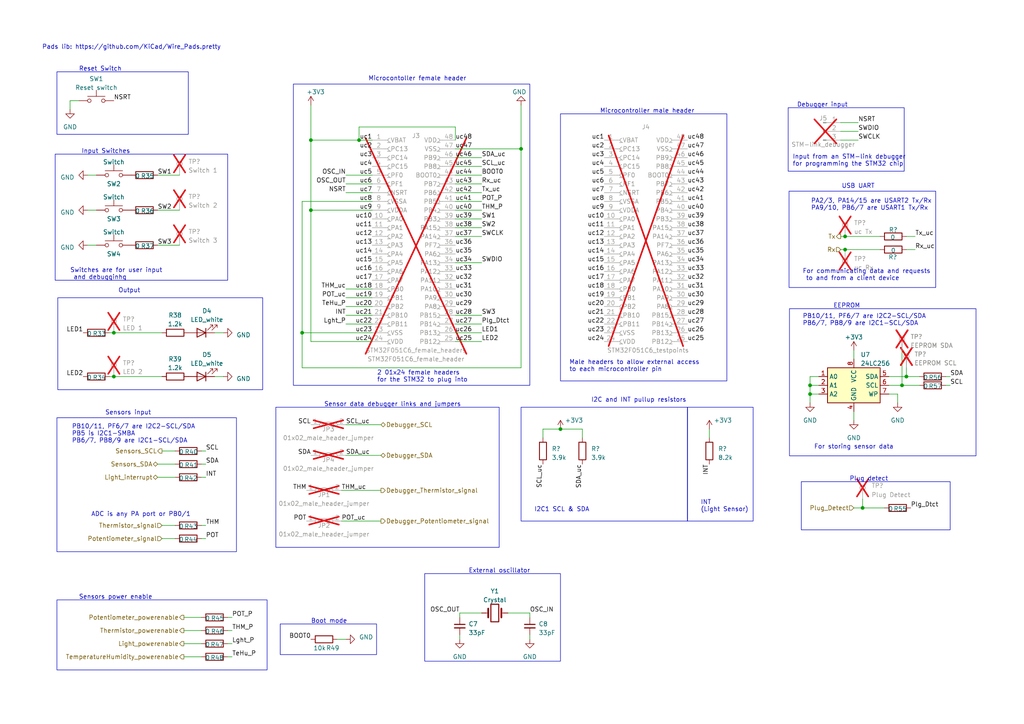
<source format=kicad_sch>
(kicad_sch (version 20230121) (generator eeschema)
  (paper "A4")
  (title_block (title "Microcontoller subsystem") (date "2023-03-11") (rev "v0.9") (company "UCT") (comment 1 "Author: Cameron Clark") (comment 2 "Interfaces with power, sensors, usb, user inputs and output") (comment 3 "Details the interfacing between the microcontroller and the rest of the board"))
  (junction (at 245.11 72.39))
  (junction (at 33.02 109.22))
  (junction (at 151.13 43.18))
  (junction (at 262.89 109.22))
  (junction (at 90.17 40.64))
  (junction (at 104.14 40.64))
  (junction (at 87.63 96.52))
  (junction (at 261.62 111.76))
  (junction (at 234.95 111.76))
  (junction (at 234.95 114.3))
  (junction (at 90.17 60.96))
  (junction (at 245.11 68.58))
  (junction (at 33.02 96.52))
  (junction (at 162.56 124.46))
  (junction (at 250.19 147.32))
  (wire (pts (xy 237.49 114.3) (xy 234.95 114.3)))
  (wire (pts (xy 100.33 132.08) (xy 110.49 132.08)))
  (wire (pts (xy 67.31 190.5) (xy 66.04 190.5)))
  (wire (pts (xy 100.33 88.9) (xy 107.95 88.9)))
  (wire (pts (xy 261.62 101.6) (xy 261.62 111.76)))
  (wire (pts (xy 46.99 152.4) (xy 50.8 152.4)))
  (wire (pts (xy 151.13 30.48) (xy 151.13 43.18)))
  (wire (pts (xy 257.81 111.76) (xy 261.62 111.76)))
  (wire (pts (xy 90.17 99.06) (xy 107.95 99.06)))
  (wire (pts (xy 99.06 151.13) (xy 110.49 151.13)))
  (wire (pts (xy 139.7 91.44) (xy 132.08 91.44)))
  (wire (pts (xy 27.94 50.8) (xy 25.4 50.8)))
  (wire (pts (xy 250.19 147.32) (xy 250.19 144.78)))
  (wire (pts (xy 132.08 40.64) (xy 132.08 36.83)))
  (wire (pts (xy 90.17 30.48) (xy 90.17 40.64)))
  (wire (pts (xy 237.49 111.76) (xy 234.95 111.76)))
  (wire (pts (xy 234.95 111.76) (xy 234.95 114.3)))
  (wire (pts (xy 62.23 109.22) (xy 64.77 109.22)))
  (wire (pts (xy 90.17 60.96) (xy 107.95 60.96)))
  (wire (pts (xy 132.08 36.83) (xy 104.14 36.83)))
  (wire (pts (xy 87.63 58.42) (xy 107.95 58.42)))
  (wire (pts (xy 243.84 35.56) (xy 248.92 35.56)))
  (wire (pts (xy 100.33 93.98) (xy 107.95 93.98)))
  (wire (pts (xy 53.34 182.88) (xy 58.42 182.88)))
  (wire (pts (xy 247.65 101.6) (xy 247.65 104.14)))
  (wire (pts (xy 245.11 68.58) (xy 255.27 68.58)))
  (wire (pts (xy 132.08 53.34) (xy 139.7 53.34)))
  (wire (pts (xy 45.72 71.12) (xy 52.07 71.12)))
  (wire (pts (xy 139.7 99.06) (xy 132.08 99.06)))
  (wire (pts (xy 139.7 63.5) (xy 132.08 63.5)))
  (wire (pts (xy 87.63 106.68) (xy 151.13 106.68)))
  (wire (pts (xy 234.95 109.22) (xy 234.95 111.76)))
  (wire (pts (xy 87.63 96.52) (xy 107.95 96.52)))
  (wire (pts (xy 45.72 60.96) (xy 52.07 60.96)))
  (wire (pts (xy 100.33 86.36) (xy 107.95 86.36)))
  (wire (pts (xy 243.84 40.64) (xy 248.92 40.64)))
  (wire (pts (xy 157.48 124.46) (xy 162.56 124.46)))
  (wire (pts (xy 67.31 179.07) (xy 66.04 179.07)))
  (wire (pts (xy 205.74 124.46) (xy 205.74 127)))
  (wire (pts (xy 262.89 68.58) (xy 265.43 68.58)))
  (wire (pts (xy 27.94 71.12) (xy 25.4 71.12)))
  (wire (pts (xy 87.63 58.42) (xy 87.63 96.52)))
  (wire (pts (xy 90.17 40.64) (xy 90.17 60.96)))
  (wire (pts (xy 262.89 109.22) (xy 266.7 109.22)))
  (wire (pts (xy 139.7 76.2) (xy 132.08 76.2)))
  (wire (pts (xy 46.99 130.81) (xy 50.8 130.81)))
  (wire (pts (xy 27.94 60.96) (xy 25.4 60.96)))
  (wire (pts (xy 90.17 60.96) (xy 90.17 99.06)))
  (wire (pts (xy 243.84 68.58) (xy 245.11 68.58)))
  (wire (pts (xy 132.08 43.18) (xy 151.13 43.18)))
  (wire (pts (xy 62.23 96.52) (xy 64.77 96.52)))
  (wire (pts (xy 262.89 72.39) (xy 265.43 72.39)))
  (wire (pts (xy 256.54 147.32) (xy 250.19 147.32)))
  (wire (pts (xy 58.42 152.4) (xy 59.69 152.4)))
  (wire (pts (xy 58.42 134.62) (xy 59.69 134.62)))
  (wire (pts (xy 261.62 111.76) (xy 266.7 111.76)))
  (wire (pts (xy 234.95 114.3) (xy 234.95 116.84)))
  (wire (pts (xy 153.67 177.8) (xy 153.67 179.07)))
  (wire (pts (xy 139.7 48.26) (xy 132.08 48.26)))
  (wire (pts (xy 46.99 109.22) (xy 33.02 109.22)))
  (wire (pts (xy 260.35 114.3) (xy 260.35 116.84)))
  (wire (pts (xy 274.32 111.76) (xy 275.59 111.76)))
  (wire (pts (xy 53.34 190.5) (xy 58.42 190.5)))
  (wire (pts (xy 147.32 177.8) (xy 153.67 177.8)))
  (wire (pts (xy 53.34 186.69) (xy 58.42 186.69)))
  (wire (pts (xy 139.7 58.42) (xy 132.08 58.42)))
  (wire (pts (xy 139.7 68.58) (xy 132.08 68.58)))
  (wire (pts (xy 58.42 156.21) (xy 59.69 156.21)))
  (wire (pts (xy 33.02 96.52) (xy 31.75 96.52)))
  (wire (pts (xy 234.95 109.22) (xy 237.49 109.22)))
  (wire (pts (xy 104.14 36.83) (xy 104.14 40.64)))
  (wire (pts (xy 257.81 114.3) (xy 260.35 114.3)))
  (wire (pts (xy 87.63 96.52) (xy 87.63 106.68)))
  (wire (pts (xy 100.33 83.82) (xy 107.95 83.82)))
  (wire (pts (xy 45.72 134.62) (xy 50.8 134.62)))
  (wire (pts (xy 133.35 184.15) (xy 133.35 185.42)))
  (wire (pts (xy 53.34 179.07) (xy 58.42 179.07)))
  (wire (pts (xy 139.7 60.96) (xy 132.08 60.96)))
  (wire (pts (xy 100.33 185.42) (xy 97.79 185.42)))
  (wire (pts (xy 100.33 55.88) (xy 107.95 55.88)))
  (wire (pts (xy 20.32 29.21) (xy 20.32 31.75)))
  (wire (pts (xy 139.7 55.88) (xy 132.08 55.88)))
  (wire (pts (xy 67.31 182.88) (xy 66.04 182.88)))
  (wire (pts (xy 139.7 177.8) (xy 133.35 177.8)))
  (wire (pts (xy 162.56 124.46) (xy 168.91 124.46)))
  (wire (pts (xy 107.95 40.64) (xy 104.14 40.64)))
  (wire (pts (xy 100.33 123.19) (xy 110.49 123.19)))
  (wire (pts (xy 275.59 109.22) (xy 274.32 109.22)))
  (wire (pts (xy 58.42 130.81) (xy 59.69 130.81)))
  (wire (pts (xy 133.35 177.8) (xy 133.35 179.07)))
  (wire (pts (xy 45.72 138.43) (xy 50.8 138.43)))
  (wire (pts (xy 46.99 156.21) (xy 50.8 156.21)))
  (wire (pts (xy 250.19 147.32) (xy 247.65 147.32)))
  (wire (pts (xy 90.17 40.64) (xy 104.14 40.64)))
  (wire (pts (xy 58.42 138.43) (xy 59.69 138.43)))
  (wire (pts (xy 139.7 93.98) (xy 132.08 93.98)))
  (wire (pts (xy 247.65 119.38) (xy 247.65 121.92)))
  (wire (pts (xy 33.02 109.22) (xy 31.75 109.22)))
  (wire (pts (xy 157.48 127) (xy 157.48 124.46)))
  (wire (pts (xy 257.81 109.22) (xy 262.89 109.22)))
  (wire (pts (xy 243.84 72.39) (xy 245.11 72.39)))
  (wire (pts (xy 245.11 72.39) (xy 255.27 72.39)))
  (wire (pts (xy 22.86 29.21) (xy 20.32 29.21)))
  (wire (pts (xy 151.13 43.18) (xy 151.13 106.68)))
  (wire (pts (xy 139.7 96.52) (xy 132.08 96.52)))
  (wire (pts (xy 100.33 91.44) (xy 107.95 91.44)))
  (wire (pts (xy 67.31 186.69) (xy 66.04 186.69)))
  (wire (pts (xy 168.91 124.46) (xy 168.91 127)))
  (wire (pts (xy 132.08 45.72) (xy 139.7 45.72)))
  (wire (pts (xy 139.7 50.8) (xy 132.08 50.8)))
  (wire (pts (xy 262.89 106.68) (xy 262.89 109.22)))
  (wire (pts (xy 46.99 96.52) (xy 33.02 96.52)))
  (wire (pts (xy 153.67 184.15) (xy 153.67 185.42)))
  (wire (pts (xy 45.72 50.8) (xy 52.07 50.8)))
  (wire (pts (xy 99.06 142.24) (xy 110.49 142.24)))
  (wire (pts (xy 132.08 66.04) (xy 139.7 66.04)))
  (wire (pts (xy 243.84 38.1) (xy 248.92 38.1)))
  (wire (pts (xy 100.33 50.8) (xy 107.95 50.8)))
  (wire (pts (xy 100.33 53.34) (xy 107.95 53.34)))
  (rectangle (start 81.28 180.975) (end 109.22 189.865))
  (rectangle (start 228.854 55.4482) (end 271.399 83.3882))
  (rectangle (start 199.39 118.11) (end 218.44 151.13))
  (rectangle (start 16.51 20.828) (end 54.61 38.9636))
  (rectangle (start 85.09 24.384) (end 153.67 111.76))
  (rectangle (start 16.51 173.99) (end 77.47 194.31))
  (rectangle (start 228.6 31.242) (end 262.255 49.657))
  (rectangle (start 123.19 166.37) (end 162.56 191.77))
  (rectangle (start 16.002 44.704) (end 66.04 81.28))
  (rectangle (start 151.13 118.11) (end 199.39 151.13))
  (rectangle (start 16.51 121.158) (end 68.58 160.02))
  (rectangle (start 16.764 86.36) (end 76.2 113.03))
  (rectangle (start 232.41 139.7) (end 275.59 153.67))
  (rectangle (start 80.01 118.11) (end 144.78 158.75))
  (rectangle (start 162.56 33.02) (end 210.82 110.49))
  (rectangle (start 228.981 89.535) (end 283.083 132.207))
  (text "Input from an STM-link debugger\nfor programming the STM32 chip" (at 229.87 48.387 0) (effects (font (size 1.27 1.27)) (justify left bottom)))
  (text "Reset Switch" (at 22.86 20.828 0) (effects (font (size 1.27 1.27)) (justify left bottom)))
  (text "ADC is any PA port or PB0/1" (at 26.416 149.987 0) (effects (font (size 1.27 1.27)) (justify left bottom)))
  (text "Input Switches" (at 23.622 44.704 0) (effects (font (size 1.27 1.27)) (justify left bottom)))
  (text "I2C and INT pullup resistors" (at 171.45 116.84 0) (effects (font (size 1.27 1.27)) (justify left bottom)))
  (text "For communicating data and requests\n to and from a client device" (at 232.7656 81.5594 0) (effects (font (size 1.27 1.27)) (justify left bottom)))
  (text "Pads lib: https://github.com/KiCad/Wire_Pads.pretty" (at 12.192 14.478 0) (effects (font (size 1.27 1.27)) (justify left bottom)))
  (text "2 01x24 female headers \nfor the STM32 to plug into" (at 109.347 110.998 0) (effects (font (size 1.27 1.27)) (justify left bottom)))
  (text "PA2/3, PA14/15 are USART2 Tx/Rx\nPA9/10, PB6/7 are USART1 Tx/Rx" (at 235.204 61.1632 0) (effects (font (size 1.27 1.27)) (justify left bottom)))
  (text "External oscillator" (at 135.89 166.37 0) (effects (font (size 1.27 1.27)) (justify left bottom)))
  (text "Microcontroller male header" (at 173.99 33.02 0) (effects (font (size 1.27 1.27)) (justify left bottom)))
  (text "EEPROM" (at 241.681 89.535 0) (effects (font (size 1.27 1.27)) (justify left bottom)))
  (text "Boot mode" (at 90.17 180.975 0) (effects (font (size 1.27 1.27)) (justify left bottom)))
  (text "USB UART" (at 244.094 54.8132 0) (effects (font (size 1.27 1.27)) (justify left bottom)))
  (text "Sensors input" (at 30.48 120.523 0) (effects (font (size 1.27 1.27)) (justify left bottom)))
  (text "Microcontoller female header\n" (at 106.807 23.622 0) (effects (font (size 1.27 1.27)) (justify left bottom)))
  (text "PB10/11, PF6/7 are I2C2-SCL/SDA\nPB6/7, PB8/9 are I2C1-SCL/SDA" (at 232.791 94.615 0) (effects (font (size 1.27 1.27)) (justify left bottom)))
  (text "Male headers to allow external access \nto each microcontroller pin" (at 165.1 107.95 0) (effects (font (size 1.27 1.27)) (justify left bottom)))
  (text "Switches are for user input\n and debugginhg\n" (at 20.32 81.28 0) (effects (font (size 1.27 1.27)) (justify left bottom)))
  (text "Sensor data debugger links and jumpers" (at 93.98 118.11 0) (effects (font (size 1.27 1.27)) (justify left bottom)))
  (text "For storing sensor data" (at 236.093 130.429 0) (effects (font (size 1.27 1.27)) (justify left bottom)))
  (text "Plug detect" (at 246.38 139.7 0) (effects (font (size 1.27 1.27)) (justify left bottom)))
  (text "I2C1 SCL & SDA\n" (at 154.94 148.59 0) (effects (font (size 1.27 1.27)) (justify left bottom)))
  (text "Output" (at 34.29 85.09 0) (effects (font (size 1.27 1.27)) (justify left bottom)))
  (text "INT \n(Light Sensor)" (at 203.2 148.59 0) (effects (font (size 1.27 1.27)) (justify left bottom)))
  (text "Debugger input" (at 231.14 31.242 0) (effects (font (size 1.27 1.27)) (justify left bottom)))
  (text "PB10/11, PF6/7 are I2C2-SCL/SDA\nPB5 is I2C1-SMBA\nPB6/7, PB8/9 are I2C1-SCL/SDA" (at 20.828 128.651 0) (effects (font (size 1.27 1.27)) (justify left bottom)))
  (text "Sensors power enable" (at 22.86 173.99 0) (effects (font (size 1.27 1.27)) (justify left bottom)))
  (label "uc42" (at 132.08 55.88 0))
  (label "uc21" (at 175.26 91.44 180))
  (label "uc41" (at 199.39 58.42 0))
  (label "uc30" (at 132.08 86.36 0))
  (label "SDA" (at 275.59 109.22 0))
  (label "uc10" (at 107.95 63.5 180))
  (label "Plg_Dtct" (at 139.7 93.98 0))
  (label "SWCLK" (at 139.7 68.58 0))
  (label "uc9" (at 175.26 60.96 180))
  (label "uc3" (at 107.95 45.72 180))
  (label "TeHu_P" (at 100.33 88.9 180))
  (label "uc26" (at 199.39 96.52 0))
  (label "uc2" (at 175.26 43.18 180))
  (label "LED2" (at 24.13 109.22 180))
  (label "NSRT" (at 100.33 55.88 180))
  (label "SCL_uc" (at 139.7 48.26 0))
  (label "SDA_uc" (at 168.91 134.62 270))
  (label "uc46" (at 132.08 45.72 0))
  (label "uc14" (at 175.26 73.66 180))
  (label "uc46" (at 199.39 45.72 0))
  (label "BOOT0" (at 139.7 50.8 0))
  (label "OSC_IN" (at 153.67 177.8 0))
  (label "uc15" (at 175.26 76.2 180))
  (label "uc29" (at 132.08 88.9 0))
  (label "POT_P" (at 139.7 58.42 0))
  (label "SW3" (at 45.72 71.12 0))
  (label "uc25" (at 199.39 99.06 0))
  (label "uc43" (at 199.39 53.34 0))
  (label "uc34" (at 199.39 76.2 0))
  (label "TeHu_P" (at 67.31 190.5 0))
  (label "uc11" (at 175.26 66.04 180))
  (label "uc36" (at 132.08 71.12 0))
  (label "uc15" (at 107.95 76.2 180))
  (label "LED2" (at 139.7 99.06 0))
  (label "uc29" (at 199.39 88.9 0))
  (label "uc34" (at 132.08 76.2 0))
  (label "uc8" (at 175.26 58.42 180))
  (label "OSC_OUT" (at 133.35 177.8 180))
  (label "uc26" (at 132.08 96.52 0))
  (label "uc17" (at 175.26 81.28 180))
  (label "uc42" (at 199.39 55.88 0))
  (label "uc24" (at 107.95 99.06 180))
  (label "uc37" (at 132.08 68.58 0))
  (label "POT" (at 59.69 156.21 0))
  (label "uc31" (at 132.08 83.82 0))
  (label "uc7" (at 107.95 55.88 180))
  (label "THM" (at 88.9 142.24 180))
  (label "uc48" (at 199.39 40.64 0))
  (label "uc45" (at 132.08 48.26 0))
  (label "uc45" (at 199.39 48.26 0))
  (label "uc47" (at 199.39 43.18 0))
  (label "Lght_P" (at 100.33 93.98 180))
  (label "uc33" (at 199.39 78.74 0))
  (label "uc47" (at 132.08 43.18 0))
  (label "uc24" (at 175.26 99.06 180))
  (label "uc40" (at 199.39 60.96 0))
  (label "uc17" (at 107.95 81.28 180))
  (label "uc16" (at 107.95 78.74 180))
  (label "NSRT" (at 33.02 29.21 0))
  (label "uc32" (at 199.39 81.28 0))
  (label "uc33" (at 132.08 78.74 0))
  (label "uc35" (at 199.39 73.66 0))
  (label "uc20" (at 107.95 88.9 180))
  (label "uc11" (at 107.95 66.04 180))
  (label "uc20" (at 175.26 88.9 180))
  (label "SDA_uc" (at 100.33 132.08 0))
  (label "POT_uc" (at 99.06 151.13 0))
  (label "Tx_uc" (at 139.7 55.88 0))
  (label "uc13" (at 107.95 71.12 180))
  (label "SWDIO" (at 139.7 76.2 0))
  (label "uc23" (at 175.26 96.52 180))
  (label "THM_P" (at 139.7 60.96 0))
  (label "SDA" (at 90.17 132.08 180))
  (label "uc38" (at 199.39 66.04 0))
  (label "SCL_uc" (at 100.33 123.19 0))
  (label "OSC_IN" (at 100.33 50.8 180))
  (label "uc5" (at 107.95 50.8 180))
  (label "uc13" (at 175.26 71.12 180))
  (label "uc28" (at 132.08 91.44 0))
  (label "uc41" (at 132.08 58.42 0))
  (label "uc4" (at 107.95 48.26 180))
  (label "uc1" (at 107.95 40.64 180))
  (label "uc25" (at 132.08 99.06 0))
  (label "uc6" (at 107.95 53.34 180))
  (label "uc3" (at 175.26 45.72 180))
  (label "uc22" (at 107.95 93.98 180))
  (label "Lght_P" (at 67.31 186.69 0))
  (label "uc1" (at 175.26 40.64 180))
  (label "uc5" (at 175.26 50.8 180))
  (label "uc8" (at 107.95 58.42 180))
  (label "SCL" (at 59.69 130.81 0))
  (label "POT_P" (at 67.31 179.07 0))
  (label "uc38" (at 132.08 66.04 0))
  (label "uc32" (at 132.08 81.28 0))
  (label "Rx_uc" (at 139.7 53.34 0))
  (label "uc31" (at 199.39 83.82 0))
  (label "SW1" (at 45.72 50.8 0))
  (label "Tx_uc" (at 265.43 68.58 0))
  (label "uc48" (at 132.08 40.64 0))
  (label "uc30" (at 199.39 86.36 0))
  (label "uc6" (at 175.26 53.34 180))
  (label "uc44" (at 132.08 50.8 0))
  (label "Plg_Dtct" (at 264.16 147.32 0))
  (label "Rx_uc" (at 265.43 72.39 0))
  (label "SW3" (at 139.7 91.44 0))
  (label "SCL_uc" (at 157.48 134.62 270))
  (label "uc4" (at 175.26 48.26 180))
  (label "uc19" (at 107.95 86.36 180))
  (label "THM_uc" (at 100.33 83.82 180))
  (label "uc12" (at 175.26 68.58 180))
  (label "THM_P" (at 67.31 182.88 0))
  (label "uc36" (at 199.39 71.12 0))
  (label "uc14" (at 107.95 73.66 180))
  (label "uc39" (at 132.08 63.5 0))
  (label "uc18" (at 107.95 83.82 180))
  (label "uc23" (at 107.95 96.52 180))
  (label "OSC_OUT" (at 100.33 53.34 180))
  (label "uc40" (at 132.08 60.96 0))
  (label "uc37" (at 199.39 68.58 0))
  (label "THM_uc" (at 99.06 142.24 0))
  (label "THM" (at 59.69 152.4 0))
  (label "SW2" (at 139.7 66.04 0))
  (label "uc39" (at 199.39 63.5 0))
  (label "SWDIO" (at 248.92 38.1 0))
  (label "uc28" (at 199.39 91.44 0))
  (label "LED1" (at 139.7 96.52 0))
  (label "POT_uc" (at 100.33 86.36 180))
  (label "SDA" (at 59.69 134.62 0))
  (label "uc12" (at 107.95 68.58 180))
  (label "uc27" (at 199.39 93.98 0))
  (label "uc10" (at 175.26 63.5 180))
  (label "NSRT" (at 248.92 35.56 0))
  (label "uc19" (at 175.26 86.36 180))
  (label "BOOT0" (at 90.17 185.42 180))
  (label "uc27" (at 132.08 93.98 0))
  (label "uc2" (at 107.95 43.18 180))
  (label "SWCLK" (at 248.92 40.64 0))
  (label "POT" (at 88.9 151.13 180))
  (label "SW1" (at 139.7 63.5 0))
  (label "SCL" (at 275.59 111.76 0))
  (label "uc44" (at 199.39 50.8 0))
  (label "INT" (at 100.33 91.44 180))
  (label "SDA_uc" (at 139.7 45.72 0))
  (label "uc18" (at 175.26 83.82 180))
  (label "INT" (at 205.74 134.62 270))
  (label "uc21" (at 107.95 91.44 180))
  (label "SW2" (at 45.72 60.96 0))
  (label "SCL" (at 90.17 123.19 180))
  (label "uc22" (at 175.26 93.98 180))
  (label "uc16" (at 175.26 78.74 180))
  (label "uc7" (at 175.26 55.88 180))
  (label "uc9" (at 107.95 60.96 180))
  (label "LED1" (at 24.13 96.52 180))
  (label "uc43" (at 132.08 53.34 0))
  (label "uc35" (at 132.08 73.66 0))
  (label "INT" (at 59.69 138.43 0))
  (hierarchical_label "Rx" (shape input) (at 243.84 72.39 180))
  (hierarchical_label "Sensors_SCL" (shape output) (at 46.99 130.81 180))
  (hierarchical_label "Potentiometer_powerenable" (shape output) (at 53.34 179.07 180))
  (hierarchical_label "Light_powerenable" (shape output) (at 53.34 186.69 180))
  (hierarchical_label "Tx" (shape output) (at 243.84 68.58 180))
  (hierarchical_label "Sensors_SDA" (shape bidirectional) (at 45.72 134.62 180))
  (hierarchical_label "Debugger_SCL" (shape bidirectional) (at 110.49 123.19 0))
  (hierarchical_label "Thermistor_powerenable" (shape output) (at 53.34 182.88 180))
  (hierarchical_label "Debugger_Potentiometer_signal" (shape output) (at 110.49 151.13 0))
  (hierarchical_label "TemperatureHumidity_powerenable" (shape output) (at 53.34 190.5 180))
  (hierarchical_label "Debugger_Thermistor_signal" (shape output) (at 110.49 142.24 0))
  (hierarchical_label "Light_interrupt" (shape bidirectional) (at 45.72 138.43 180))
  (hierarchical_label "Potentiometer_signal" (shape input) (at 46.99 156.21 180))
  (hierarchical_label "Debugger_SDA" (shape bidirectional) (at 110.49 132.08 0))
  (hierarchical_label "Thermistor_signal" (shape input) (at 46.99 152.4 180))
  (hierarchical_label "Plug_Detect" (shape input) (at 247.65 147.32 180))
  (symbol (lib_id "Connector:TestPoint") (at 52.07 60.96 0) (unit 1) (in_bom no) (on_board no) (dnp yes)
    (property "Reference" "TP?" (at 54.61 57.023 0) (effects (justify left)))
    (property "Value" "Switch 2" (at 54.61 59.563 0) (effects (justify left)))
    (property "Footprint" "CustomFootprints:Testpoint" (effects hide))
    (property "Extended Part Cost" "0" (effects hide))
    (property "cost per unit" "0" (effects hide))
    (property "DNF" "X" (effects hide))
    (instances (project "EEE3088F_CKR" (path "" (reference "TP?") (unit 1)) (path "" (reference "TP14") (unit 1))))
  )
  (symbol (lib_id "power:GND") (at 25.4 50.8 270) (unit 1)
    (property "Reference" "#PWR031" (effects hide))
    (property "Value" "GND" (at 21.59 51.435 90) (effects (justify right)))
  )
  (symbol (lib_id "Device:R") (at 41.91 60.96 90) (unit 1)
    (property "Reference" "R36" (at 42.799 61.214 90))
    (property "Value" "0" (at 39.878 61.214 90))
    (property "Footprint" "JLCPartFootprints:R0603" (effects hide))
    (property "Extended Part Cost" "0" (effects hide))
    (property "JLC code" "C21189" (effects hide))
    (property "Part name" "0603WAF0000T5E" (effects hide))
    (property "cost per unit" "0,0010" (effects hide))
    (property "JLCPCB Part #" "C21189" (effects hide))
  )
  (symbol (lib_id "power:GND") (at 20.32 31.75 0) (unit 1)
    (property "Reference" "#PWR030" (effects hide))
    (property "Value" "GND" (at 20.32 36.83 0))
  )
  (symbol (lib_id "power:GND") (at 25.4 60.96 270) (unit 1)
    (property "Reference" "#PWR032" (effects hide))
    (property "Value" "GND" (at 21.59 61.595 90) (effects (justify right)))
  )
  (symbol (lib_id "Device:R") (at 157.48 130.81 180) (unit 1)
    (property "Reference" "R?" (at 160.02 130.175 0) (effects (justify right)))
    (property "Value" "3.9k" (at 160.02 132.715 0) (effects (justify right)))
    (property "Footprint" "JLCPartFootprints:R0402" (effects hide))
    (property "Extended Part Cost" "0" (effects hide))
    (property "JLC code" "C51721" (effects hide))
    (property "Part name" "0402WGF3901TCE" (effects hide))
    (property "cost per unit" "0,0006 " (effects hide))
    (property "JLCPCB Part #" "C51721" (effects hide))
    (instances (project "EEE3088F_CKR" (path "" (reference "R?") (unit 1)) (path "" (reference "R?") (unit 1)) (path "" (reference "R50") (unit 1))) (project "power" (path "" (reference "R?") (unit 1))))
  )
  (symbol (lib_id "Device:C_Small") (at 153.67 181.61 0) (unit 1)
    (property "Reference" "C8" (at 156.21 180.9813 0) (effects (justify left)))
    (property "Value" "33pF" (at 156.21 183.5213 0) (effects (justify left)))
    (property "Footprint" "JLCPartFootprints:C0402" (effects hide))
    (property "Extended Part Cost" "0" (effects hide))
    (property "JLC code" "C1570" (effects hide))
    (property "Part name" "0402CG300J500NT" (effects hide))
    (property "cost per unit" "0.0010" (effects hide))
    (property "JLCPCB Part #" "C1570" (effects hide))
  )
  (symbol (lib_id "Switch:SW_Push") (at 33.02 50.8 0) (unit 1)
    (property "Reference" "SW2" (at 33.02 53.34 0))
    (property "Value" "Switch" (at 33.02 46.99 0))
    (property "Footprint" "JLCPartFootprints:SW-SMD_4P-L5.1-W5.1-P3.70-LS6.5-TL-2" (effects hide))
    (property "Extended Part Cost" "0" (effects hide))
    (property "JLC code" "C318884" (effects hide))
    (property "Part name" "TS-1187A-B-A-B" (effects hide))
    (property "cost per unit" "0,0152" (effects hide))
    (property "JLCPCB Part #" "C318884" (effects hide))
  )
  (symbol (lib_id "Device:R") (at 62.23 186.69 90) (unit 1)
    (property "Reference" "R47" (at 62.992 186.944 90))
    (property "Value" "0" (at 60.198 186.944 90))
    (property "Footprint" "JLCPartFootprints:R0603" (effects hide))
    (property "Extended Part Cost" "0" (effects hide))
    (property "JLC code" "C21189" (effects hide))
    (property "Part name" "0603WAF0000T5E" (effects hide))
    (property "cost per unit" "0,0010" (effects hide))
    (property "JLCPCB Part #" "C21189" (effects hide))
  )
  (symbol (lib_id "Device:R") (at 259.08 72.39 270) (unit 1)
    (property "Reference" "R?" (at 258.953 74.549 90))
    (property "Value" "0" (at 259.08 72.644 90))
    (property "Footprint" "JLCPartFootprints:R0603" (effects hide))
    (property "Extended Part Cost" "0" (effects hide))
    (property "JLC code" "C21189" (effects hide))
    (property "Part name" "0603WAF0000T5E" (effects hide))
    (property "cost per unit" "0,0010" (effects hide))
    (property "JLCPCB Part #" "C21189" (effects hide))
    (instances (project "EEE3088F_CKR" (path "" (reference "R?") (unit 1)) (path "" (reference "R?") (unit 1)) (path "" (reference "R54") (unit 1))) (project "power" (path "" (reference "R?") (unit 1))))
  )
  (symbol (lib_id "Device:R") (at 54.61 130.81 90) (unit 1)
    (property "Reference" "R40" (at 55.499 131.064 90))
    (property "Value" "0" (at 52.578 131.064 90))
    (property "Footprint" "JLCPartFootprints:R0603" (effects hide))
    (property "Extended Part Cost" "0" (effects hide))
    (property "JLC code" "C21189" (effects hide))
    (property "Part name" "0603WAF0000T5E" (effects hide))
    (property "cost per unit" "0,0010" (effects hide))
    (property "JLCPCB Part #" "C21189" (effects hide))
  )
  (symbol (lib_id "Connector:TestPoint") (at 52.07 71.12 0) (unit 1) (in_bom no) (on_board no) (dnp yes)
    (property "Reference" "TP?" (at 54.61 67.183 0) (effects (justify left)))
    (property "Value" "Switch 3" (at 54.61 69.723 0) (effects (justify left)))
    (property "Footprint" "CustomFootprints:Testpoint" (effects hide))
    (property "Extended Part Cost" "0" (effects hide))
    (property "cost per unit" "0" (effects hide))
    (property "DNF" "X" (effects hide))
    (instances (project "EEE3088F_CKR" (path "" (reference "TP?") (unit 1)) (path "" (reference "TP15") (unit 1))))
  )
  (symbol (lib_id "power:GND") (at 25.4 71.12 270) (unit 1)
    (property "Reference" "#PWR033" (effects hide))
    (property "Value" "GND" (at 21.59 71.755 90) (effects (justify right)))
  )
  (symbol (lib_id "Device:Crystal") (at 143.51 177.8 0) (unit 1)
    (property "Reference" "Y1" (at 143.51 171.45 0))
    (property "Value" "Crystal" (at 143.51 173.99 0))
    (property "Footprint" "JLCPartFootprints:CRYSTAL-SMD_L11.5-W4.8-LS12.7" (effects hide))
    (property "Extended Part Cost" "0" (effects hide))
    (property "JLC code" "C12674" (effects hide))
    (property "Part name" "X49SM8MSD2SC" (effects hide))
    (property "cost per unit" "0.0864" (effects hide))
    (property "JLCPCB Part #" "C12674" (effects hide))
  )
  (symbol (lib_id "Jumper:Jumper_2_Bridged") (at 95.25 123.19 0) (unit 1) (in_bom no) (on_board no) (dnp yes)
    (property "Reference" "JP3" (at 95.25 124.46 0))
    (property "Value" "01x02_male_header_jumper" (at 95.25 127 0))
    (property "Footprint" "Connector_PinHeader_2.54mm:PinHeader_1x02_P2.54mm_Vertical" (effects hide))
    (property "Extended Part Cost" "0" (effects hide))
    (property "cost per unit" "0" (effects hide))
    (property "DNF" "X" (effects hide))
  )
  (symbol (lib_id "Device:R") (at 168.91 130.81 180) (unit 1)
    (property "Reference" "R?" (at 171.45 130.175 0) (effects (justify right)))
    (property "Value" "3.9k" (at 171.45 132.715 0) (effects (justify right)))
    (property "Footprint" "JLCPartFootprints:R0402" (effects hide))
    (property "Extended Part Cost" "0" (effects hide))
    (property "JLC code" "C51721" (effects hide))
    (property "Part name" "0402WGF3901TCE" (effects hide))
    (property "cost per unit" "0,0006 " (effects hide))
    (property "JLCPCB Part #" "C51721" (effects hide))
    (instances (project "EEE3088F_CKR" (path "" (reference "R?") (unit 1)) (path "" (reference "R?") (unit 1)) (path "" (reference "R51") (unit 1))) (project "power" (path "" (reference "R?") (unit 1))))
  )
  (symbol (lib_id "Connector:TestPoint") (at 250.19 144.78 0) (unit 1) (in_bom no) (on_board no) (dnp yes)
    (property "Reference" "TP?" (at 252.73 140.843 0) (effects (justify left)))
    (property "Value" "Plug Detect" (at 252.73 143.51 0) (effects (justify left)))
    (property "Footprint" "CustomFootprints:Testpoint" (effects hide))
    (property "Extended Part Cost" "0" (effects hide))
    (property "cost per unit" "0" (effects hide))
    (property "DNF" "X" (effects hide))
    (instances (project "EEE3088F_CKR" (path "" (reference "TP?") (unit 1)) (path "" (reference "TP18") (unit 1))))
  )
  (symbol (lib_id "Device:R") (at 54.61 134.62 90) (unit 1)
    (property "Reference" "R41" (at 55.499 134.874 90))
    (property "Value" "0" (at 52.578 134.874 90))
    (property "Footprint" "JLCPartFootprints:R0603" (effects hide))
    (property "Extended Part Cost" "0" (effects hide))
    (property "JLC code" "C21189" (effects hide))
    (property "Part name" "0603WAF0000T5E" (effects hide))
    (property "cost per unit" "0,0010" (effects hide))
    (property "JLCPCB Part #" "C21189" (effects hide))
  )
  (symbol (lib_id "power:GND") (at 260.35 116.84 0) (unit 1)
    (property "Reference" "#PWR046" (effects hide))
    (property "Value" "GND" (at 260.35 121.92 0))
  )
  (symbol (lib_id "Device:R") (at 50.8 96.52 90) (unit 1)
    (property "Reference" "R38" (at 50.8 91.44 90))
    (property "Value" "1.2k" (at 50.8 93.98 90))
    (property "Footprint" "JLCPartFootprints:R0805" (effects hide))
    (property "Extended Part Cost" "0" (effects hide))
    (property "JLC code" "C17630" (effects hide))
    (property "Part name" "0805W8F3300T5E" (effects hide))
    (property "cost per unit" "0,0016" (effects hide))
    (property "JLCPCB Part #" "C17630" (effects hide))
  )
  (symbol (lib_id "Device:R") (at 41.91 71.12 90) (unit 1)
    (property "Reference" "R37" (at 42.799 71.374 90))
    (property "Value" "0" (at 39.878 71.374 90))
    (property "Footprint" "JLCPartFootprints:R0603" (effects hide))
    (property "Extended Part Cost" "0" (effects hide))
    (property "JLC code" "C21189" (effects hide))
    (property "Part name" "0603WAF0000T5E" (effects hide))
    (property "cost per unit" "0,0010" (effects hide))
    (property "JLCPCB Part #" "C21189" (effects hide))
  )
  (symbol (lib_id "Connector:TestPoint") (at 33.02 96.52 0) (unit 1) (in_bom no) (on_board no) (dnp yes)
    (property "Reference" "TP?" (at 35.56 92.583 0) (effects (justify left)))
    (property "Value" "LED 1" (at 35.56 95.123 0) (effects (justify left)))
    (property "Footprint" "CustomFootprints:Testpoint" (effects hide))
    (property "Extended Part Cost" "0" (effects hide))
    (property "cost per unit" "0" (effects hide))
    (property "DNF" "X" (effects hide))
    (instances (project "EEE3088F_CKR" (path "" (reference "TP?") (unit 1)) (path "" (reference "TP11") (unit 1))))
  )
  (symbol (lib_id "Device:R") (at 62.23 190.5 90) (unit 1)
    (property "Reference" "R48" (at 62.992 190.754 90))
    (property "Value" "0" (at 60.198 190.754 90))
    (property "Footprint" "JLCPartFootprints:R0603" (effects hide))
    (property "Extended Part Cost" "0" (effects hide))
    (property "JLC code" "C21189" (effects hide))
    (property "Part name" "0603WAF0000T5E" (effects hide))
    (property "cost per unit" "0,0010" (effects hide))
    (property "JLCPCB Part #" "C21189" (effects hide))
  )
  (symbol (lib_id "Device:C_Small") (at 133.35 181.61 0) (unit 1)
    (property "Reference" "C7" (at 135.89 180.9813 0) (effects (justify left)))
    (property "Value" "33pF" (at 135.89 183.5213 0) (effects (justify left)))
    (property "Footprint" "JLCPartFootprints:C0402" (effects hide))
    (property "Extended Part Cost" "0" (effects hide))
    (property "JLC code" "C1570" (effects hide))
    (property "Part name" "0402CG300J500NT" (effects hide))
    (property "cost per unit" "0.0010" (effects hide))
    (property "JLCPCB Part #" "C1570" (effects hide))
  )
  (symbol (lib_id "Device:R") (at 259.08 68.58 270) (unit 1)
    (property "Reference" "R?" (at 259.08 66.675 90))
    (property "Value" "0" (at 258.953 68.834 90))
    (property "Footprint" "JLCPartFootprints:R0603" (effects hide))
    (property "Extended Part Cost" "0" (effects hide))
    (property "JLC code" "C21189" (effects hide))
    (property "Part name" "0603WAF0000T5E" (effects hide))
    (property "cost per unit" "0,0010" (effects hide))
    (property "JLCPCB Part #" "C21189" (effects hide))
    (instances (project "EEE3088F_CKR" (path "" (reference "R?") (unit 1)) (path "" (reference "R?") (unit 1)) (path "" (reference "R53") (unit 1))) (project "power" (path "" (reference "R?") (unit 1))))
  )
  (symbol (lib_id "power:+3V3") (at 90.17 30.48 0) (unit 1)
    (property "Reference" "#PWR036" (effects hide))
    (property "Value" "+3V3" (at 88.9 26.67 0) (effects (justify left)))
  )
  (symbol (lib_id "Memory_EEPROM:24LC256") (at 247.65 111.76 0) (unit 1)
    (property "Reference" "U7" (at 249.6059 102.87 0) (effects (justify left)))
    (property "Value" "24LC256" (at 249.6059 105.41 0) (effects (justify left)))
    (property "Footprint" "JLCPartFootprints:PDIP-8_L9.3-W6.4-P2.54-LS7.6-BL" (effects hide))
    (property "Datasheet" "http://ww1.microchip.com/downloads/en/devicedoc/21203m.pdf" (effects hide))
    (property "Extended Part Cost" "3" (effects hide))
    (property "JLC code" "C411624" (effects hide))
    (property "Part name" "24LC256" (effects hide))
    (property "cost per unit" "1.6033" (effects hide))
    (property "JLCPCB Part #" "C411624" (effects hide))
  )
  (symbol (lib_id "Device:R") (at 50.8 109.22 90) (unit 1)
    (property "Reference" "R39" (at 50.8 104.14 90))
    (property "Value" "1.2k" (at 50.8 106.68 90))
    (property "Footprint" "JLCPartFootprints:R0805" (effects hide))
    (property "Extended Part Cost" "0" (effects hide))
    (property "JLC code" "C17630" (effects hide))
    (property "Part name" "0805W8F3300T5E" (effects hide))
    (property "cost per unit" "0,0016" (effects hide))
    (property "JLCPCB Part #" "C17630" (effects hide))
  )
  (symbol (lib_id "Switch:SW_Push") (at 33.02 60.96 0) (unit 1)
    (property "Reference" "SW3" (at 33.02 63.5 0))
    (property "Value" "Switch" (at 33.02 57.15 0))
    (property "Footprint" "JLCPartFootprints:SW-SMD_4P-L5.1-W5.1-P3.70-LS6.5-TL-2" (effects hide))
    (property "Extended Part Cost" "0" (effects hide))
    (property "JLC code" "C318884" (effects hide))
    (property "Part name" "TS-1187A-B-A-B" (effects hide))
    (property "cost per unit" "0,0152" (effects hide))
    (property "JLCPCB Part #" "C318884" (effects hide))
  )
  (symbol (lib_id "Switch:SW_Push") (at 27.94 29.21 0) (unit 1)
    (property "Reference" "SW1" (at 27.94 22.86 0))
    (property "Value" "Reset switch" (at 27.94 25.4 0))
    (property "Footprint" "JLCPartFootprints:SW-SMD_4P-L5.1-W5.1-P3.70-LS6.5-TL-2" (effects hide))
    (property "Extended Part Cost" "0" (effects hide))
    (property "JLC code" "C318884" (effects hide))
    (property "Part name" "TS-1187A-B-A-B" (effects hide))
    (property "cost per unit" "0,0152" (effects hide))
    (property "JLCPCB Part #" "C318884" (effects hide))
  )
  (symbol (lib_id "Device:R") (at 54.61 138.43 90) (unit 1)
    (property "Reference" "R42" (at 55.372 138.684 90))
    (property "Value" "0" (at 52.578 138.684 90))
    (property "Footprint" "JLCPartFootprints:R0603" (effects hide))
    (property "Extended Part Cost" "0" (effects hide))
    (property "JLC code" "C21189" (effects hide))
    (property "Part name" "0603WAF0000T5E" (effects hide))
    (property "cost per unit" "0,0010" (effects hide))
    (property "JLCPCB Part #" "C21189" (effects hide))
  )
  (symbol (lib_id "Jumper:Jumper_2_Bridged") (at 95.25 132.08 0) (unit 1) (in_bom no) (on_board no) (dnp yes)
    (property "Reference" "JP4" (at 95.25 133.35 0))
    (property "Value" "01x02_male_header_jumper" (at 95.25 135.89 0))
    (property "Footprint" "Connector_PinHeader_2.54mm:PinHeader_1x02_P2.54mm_Vertical" (effects hide))
    (property "Extended Part Cost" "0" (effects hide))
    (property "cost per unit" "0" (effects hide))
    (property "DNF" "X" (effects hide))
  )
  (symbol (lib_id "Device:R") (at 54.61 156.21 90) (unit 1)
    (property "Reference" "R44" (at 55.372 156.464 90))
    (property "Value" "0" (at 52.578 156.464 90))
    (property "Footprint" "JLCPartFootprints:R0603" (effects hide))
    (property "Extended Part Cost" "0" (effects hide))
    (property "JLC code" "C21189" (effects hide))
    (property "Part name" "0603WAF0000T5E" (effects hide))
    (property "cost per unit" "0,0010" (effects hide))
    (property "JLCPCB Part #" "C21189" (effects hide))
  )
  (symbol (lib_id "Connector:TestPoint") (at 33.02 109.22 0) (unit 1) (in_bom no) (on_board no) (dnp yes)
    (property "Reference" "TP?" (at 35.56 105.283 0) (effects (justify left)))
    (property "Value" "LED 2" (at 35.56 107.823 0) (effects (justify left)))
    (property "Footprint" "CustomFootprints:Testpoint" (effects hide))
    (property "Extended Part Cost" "0" (effects hide))
    (property "cost per unit" "0" (effects hide))
    (property "DNF" "X" (effects hide))
    (instances (project "EEE3088F_CKR" (path "" (reference "TP?") (unit 1)) (path "" (reference "TP12") (unit 1))))
  )
  (symbol (lib_id "Device:R") (at 260.35 147.32 90) (unit 1)
    (property "Reference" "R55" (at 261.112 147.574 90))
    (property "Value" "0" (at 258.318 147.574 90))
    (property "Footprint" "JLCPartFootprints:R0603" (effects hide))
    (property "Extended Part Cost" "0" (effects hide))
    (property "JLC code" "C21189" (effects hide))
    (property "Part name" "0603WAF0000T5E" (effects hide))
    (property "cost per unit" "0,0010" (effects hide))
    (property "JLCPCB Part #" "C21189" (effects hide))
  )
  (symbol (lib_id "Device:R") (at 54.61 152.4 90) (unit 1)
    (property "Reference" "R43" (at 55.372 152.654 90))
    (property "Value" "0" (at 52.578 152.654 90))
    (property "Footprint" "JLCPartFootprints:R0603" (effects hide))
    (property "Extended Part Cost" "0" (effects hide))
    (property "JLC code" "C21189" (effects hide))
    (property "Part name" "0603WAF0000T5E" (effects hide))
    (property "cost per unit" "0,0010" (effects hide))
    (property "JLCPCB Part #" "C21189" (effects hide))
  )
  (symbol (lib_id "Device:R") (at 62.23 182.88 90) (unit 1)
    (property "Reference" "R46" (at 63.119 183.134 90))
    (property "Value" "0" (at 60.198 183.134 90))
    (property "Footprint" "JLCPartFootprints:R0603" (effects hide))
    (property "Extended Part Cost" "0" (effects hide))
    (property "JLC code" "C21189" (effects hide))
    (property "Part name" "0603WAF0000T5E" (effects hide))
    (property "cost per unit" "0,0010" (effects hide))
    (property "JLCPCB Part #" "C21189" (effects hide))
  )
  (symbol (lib_id "Connector:TestPoint") (at 245.11 72.39 180) (unit 1) (in_bom no) (on_board no) (dnp yes)
    (property "Reference" "TP?" (at 247.65 75.057 0) (effects (justify right)))
    (property "Value" "uc Rx" (at 247.65 77.597 0) (effects (justify right)))
    (property "Footprint" "CustomFootprints:Testpoint" (effects hide))
    (property "Extended Part Cost" "0" (effects hide))
    (property "cost per unit" "0" (effects hide))
    (property "DNF" "X" (effects hide))
    (instances (project "EEE3088F_CKR" (path "" (reference "TP?") (unit 1)) (path "" (reference "TP17") (unit 1))))
  )
  (symbol (lib_id "power:+3V3") (at 247.65 101.6 0) (unit 1)
    (property "Reference" "#PWR044" (effects hide))
    (property "Value" "+3V3" (at 247.65 97.79 0))
  )
  (symbol (lib_id "Device:LED") (at 58.42 96.52 180) (unit 1)
    (property "Reference" "D4" (at 60.0075 90.17 0))
    (property "Value" "LED_white" (at 60.0075 92.71 0))
    (property "Footprint" "JLCPartFootprints:LED0805-R-RD" (effects hide))
    (property "Extended Part Cost" "0" (effects hide))
    (property "JLC code" "C34499" (effects hide))
    (property "Part name" "C34499" (effects hide))
    (property "cost per unit" "0.0157" (effects hide))
    (property "JLCPCB Part #" "C34499" (effects hide))
  )
  (symbol (lib_id "Device:LED") (at 58.42 109.22 180) (unit 1)
    (property "Reference" "D5" (at 60.0075 102.87 0))
    (property "Value" "LED_white" (at 60.0075 105.41 0))
    (property "Footprint" "JLCPartFootprints:LED0805-R-RD" (effects hide))
    (property "Extended Part Cost" "0" (effects hide))
    (property "JLC code" "C34499" (effects hide))
    (property "Part name" "C34499" (effects hide))
    (property "cost per unit" "0.0157" (effects hide))
    (property "JLCPCB Part #" "C34499" (effects hide))
  )
  (symbol (lib_id "power:GND") (at 100.33 185.42 90) (unit 1)
    (property "Reference" "#PWR037" (effects hide))
    (property "Value" "GND" (at 104.14 184.785 90) (effects (justify right)))
  )
  (symbol (lib_id "Connector:TestPoint") (at 52.07 50.8 0) (unit 1) (in_bom no) (on_board no) (dnp yes)
    (property "Reference" "TP?" (at 54.61 46.863 0) (effects (justify left)))
    (property "Value" "Switch 1" (at 54.61 49.403 0) (effects (justify left)))
    (property "Footprint" "CustomFootprints:Testpoint" (effects hide))
    (property "Extended Part Cost" "0" (effects hide))
    (property "cost per unit" "0" (effects hide))
    (property "DNF" "X" (effects hide))
    (instances (project "EEE3088F_CKR" (path "" (reference "TP?") (unit 1)) (path "" (reference "TP13") (unit 1))))
  )
  (symbol (lib_id "Device:R") (at 27.94 109.22 90) (unit 1)
    (property "Reference" "R34" (at 28.829 109.474 90))
    (property "Value" "0" (at 25.908 109.474 90))
    (property "Footprint" "JLCPartFootprints:R0603" (effects hide))
    (property "Extended Part Cost" "0" (effects hide))
    (property "JLC code" "C21189" (effects hide))
    (property "Part name" "0603WAF0000T5E" (effects hide))
    (property "cost per unit" "0,0010" (effects hide))
    (property "JLCPCB Part #" "C21189" (effects hide))
  )
  (symbol (lib_id "Device:R") (at 62.23 179.07 90) (unit 1)
    (property "Reference" "R45" (at 63.119 179.324 90))
    (property "Value" "0" (at 60.198 179.324 90))
    (property "Footprint" "JLCPartFootprints:R0603" (effects hide))
    (property "Extended Part Cost" "0" (effects hide))
    (property "JLC code" "C21189" (effects hide))
    (property "Part name" "0603WAF0000T5E" (effects hide))
    (property "cost per unit" "0,0010" (effects hide))
    (property "JLCPCB Part #" "C21189" (effects hide))
  )
  (symbol (lib_id "Device:R") (at 27.94 96.52 90) (unit 1)
    (property "Reference" "R33" (at 28.829 96.774 90))
    (property "Value" "0" (at 25.908 96.774 90))
    (property "Footprint" "JLCPartFootprints:R0603" (effects hide))
    (property "Extended Part Cost" "0" (effects hide))
    (property "JLC code" "C21189" (effects hide))
    (property "Part name" "0603WAF0000T5E" (effects hide))
    (property "cost per unit" "0,0010" (effects hide))
    (property "JLCPCB Part #" "C21189" (effects hide))
  )
  (symbol (lib_id "Device:R") (at 270.51 111.76 90) (unit 1)
    (property "Reference" "R57" (at 271.272 112.014 90))
    (property "Value" "0" (at 268.478 112.014 90))
    (property "Footprint" "JLCPartFootprints:R0603" (effects hide))
    (property "Extended Part Cost" "0" (effects hide))
    (property "JLC code" "C21189" (effects hide))
    (property "Part name" "0603WAF0000T5E" (effects hide))
    (property "cost per unit" "0,0010" (effects hide))
    (property "JLCPCB Part #" "C21189" (effects hide))
  )
  (symbol (lib_id "Device:R") (at 270.51 109.22 90) (unit 1)
    (property "Reference" "R56" (at 271.272 109.474 90))
    (property "Value" "0" (at 268.478 109.474 90))
    (property "Footprint" "JLCPartFootprints:R0603" (effects hide))
    (property "Extended Part Cost" "0" (effects hide))
    (property "JLC code" "C21189" (effects hide))
    (property "Part name" "0603WAF0000T5E" (effects hide))
    (property "cost per unit" "0,0010" (effects hide))
    (property "JLCPCB Part #" "C21189" (effects hide))
  )
  (symbol (lib_id "EEE3088F_CKR:STM32F051C6_female_header") (at 120.65 69.85 0) (unit 1) (in_bom no) (on_board no) (dnp yes)
    (property "Reference" "J3" (at 120.65 39.37 0))
    (property "Value" "STM32F051C6_female_header" (at 120.65 104.14 0))
    (property "Footprint" "CustomFootprints:STM32F051C6_female_header" (effects hide))
    (property "DNF" "X" (effects hide))
    (property "Extended Part Cost" "0" (effects hide))
    (property "cost per unit" "0" (effects hide))
  )
  (symbol (lib_id "Connector:Conn_01x03_Male") (at 238.76 38.1 0) (unit 1) (in_bom no) (on_board no) (dnp yes)
    (property "Reference" "J5" (at 238.76 34.29 0))
    (property "Value" "STM-link_debugger" (at 238.76 41.91 0))
    (property "Footprint" "Connector_PinHeader_2.54mm:PinHeader_1x03_P2.54mm_Vertical" (effects hide))
    (property "DNF" "X" (effects hide))
    (property "Extended Part Cost" "0" (effects hide))
    (property "cost per unit" "0" (effects hide))
  )
  (symbol (lib_id "Device:R") (at 41.91 50.8 90) (unit 1)
    (property "Reference" "R35" (at 42.799 51.054 90))
    (property "Value" "0" (at 39.878 51.054 90))
    (property "Footprint" "JLCPartFootprints:R0603" (effects hide))
    (property "Extended Part Cost" "0" (effects hide))
    (property "JLC code" "C21189" (effects hide))
    (property "Part name" "0603WAF0000T5E" (effects hide))
    (property "cost per unit" "0,0010" (effects hide))
    (property "JLCPCB Part #" "C21189" (effects hide))
  )
  (symbol (lib_id "power:GND") (at 151.13 30.48 180) (unit 1)
    (property "Reference" "#PWR039" (effects hide))
    (property "Value" "GND" (at 148.59 26.67 0) (effects (justify right)))
  )
  (symbol (lib_id "Jumper:Jumper_2_Bridged") (at 93.98 151.13 0) (unit 1) (in_bom no) (on_board no) (dnp yes)
    (property "Reference" "JP2" (at 93.98 152.4 0))
    (property "Value" "01x02_male_header_jumper" (at 93.98 154.94 0))
    (property "Footprint" "Connector_PinHeader_2.54mm:PinHeader_1x02_P2.54mm_Vertical" (effects hide))
    (property "Extended Part Cost" "0" (effects hide))
    (property "cost per unit" "0" (effects hide))
    (property "DNF" "X" (effects hide))
  )
  (symbol (lib_id "Connector:TestPoint") (at 245.11 68.58 0) (unit 1) (in_bom no) (on_board no) (dnp yes)
    (property "Reference" "TP?" (at 247.65 64.643 0) (effects (justify left)))
    (property "Value" "uc Tx" (at 247.65 67.183 0) (effects (justify left)))
    (property "Footprint" "CustomFootprints:Testpoint" (effects hide))
    (property "Extended Part Cost" "0" (effects hide))
    (property "cost per unit" "0" (effects hide))
    (property "DNF" "X" (effects hide))
    (instances (project "EEE3088F_CKR" (path "" (reference "TP?") (unit 1)) (path "" (reference "TP16") (unit 1))))
  )
  (symbol (lib_id "power:GND") (at 133.35 185.42 0) (unit 1)
    (property "Reference" "#PWR038" (effects hide))
    (property "Value" "GND" (at 133.35 190.5 0))
  )
  (symbol (lib_id "Connector:TestPoint") (at 262.89 106.68 0) (unit 1) (in_bom no) (on_board no) (dnp yes)
    (property "Reference" "TP?" (at 265.176 102.743 0) (effects (justify left)))
    (property "Value" "EEPROM SCL" (at 265.176 105.283 0) (effects (justify left)))
    (property "Footprint" "CustomFootprints:Testpoint" (effects hide))
    (property "Extended Part Cost" "0" (effects hide))
    (property "cost per unit" "0" (effects hide))
    (property "DNF" "X" (effects hide))
    (instances (project "EEE3088F_CKR" (path "" (reference "TP?") (unit 1)) (path "" (reference "TP20") (unit 1))))
  )
  (symbol (lib_id "Connector:TestPoint") (at 261.62 101.6 0) (unit 1) (in_bom no) (on_board no) (dnp yes)
    (property "Reference" "TP?" (at 264.033 97.663 0) (effects (justify left)))
    (property "Value" "EEPROM SDA" (at 264.033 100.203 0) (effects (justify left)))
    (property "Footprint" "CustomFootprints:Testpoint" (effects hide))
    (property "Extended Part Cost" "0" (effects hide))
    (property "cost per unit" "0" (effects hide))
    (property "DNF" "X" (effects hide))
    (instances (project "EEE3088F_CKR" (path "" (reference "TP?") (unit 1)) (path "" (reference "TP19") (unit 1))))
  )
  (symbol (lib_id "power:GND") (at 234.95 116.84 0) (unit 1)
    (property "Reference" "#PWR043" (effects hide))
    (property "Value" "GND" (at 234.95 121.92 0))
  )
  (symbol (lib_id "power:GND") (at 247.65 121.92 0) (unit 1)
    (property "Reference" "#PWR045" (effects hide))
    (property "Value" "GND" (at 247.65 127 0))
  )
  (symbol (lib_id "power:+3V3") (at 162.56 124.46 0) (unit 1)
    (property "Reference" "#PWR041" (effects hide))
    (property "Value" "+3V3" (at 163.83 121.92 0) (effects (justify left)))
  )
  (symbol (lib_id "power:GND") (at 153.67 185.42 0) (unit 1)
    (property "Reference" "#PWR040" (effects hide))
    (property "Value" "GND" (at 153.67 190.5 0))
  )
  (symbol (lib_id "power:GND") (at 64.77 96.52 90) (unit 1)
    (property "Reference" "#PWR034" (effects hide))
    (property "Value" "GND" (at 68.58 97.155 90) (effects (justify right)))
  )
  (symbol (lib_id "Jumper:Jumper_2_Bridged") (at 93.98 142.24 0) (unit 1) (in_bom no) (on_board no) (dnp yes)
    (property "Reference" "JP1" (at 93.98 143.51 0))
    (property "Value" "01x02_male_header_jumper" (at 93.98 146.05 0))
    (property "Footprint" "Connector_PinHeader_2.54mm:PinHeader_1x02_P2.54mm_Vertical" (effects hide))
    (property "Extended Part Cost" "0" (effects hide))
    (property "cost per unit" "0" (effects hide))
    (property "DNF" "X" (effects hide))
  )
  (symbol (lib_id "power:GND") (at 64.77 109.22 90) (unit 1)
    (property "Reference" "#PWR035" (effects hide))
    (property "Value" "GND" (at 68.58 109.855 90) (effects (justify right)))
  )
  (symbol (lib_id "Device:R") (at 93.98 185.42 270) (unit 1)
    (property "Reference" "R49" (at 96.52 187.96 90))
    (property "Value" "10k" (at 92.71 187.96 90))
    (property "Footprint" "JLCPartFootprints:R0805" (effects hide))
    (property "Extended Part Cost" "0" (effects hide))
    (property "JLC code" "C17414" (effects hide))
    (property "Part name" "0805W8F1002T5E" (effects hide))
    (property "cost per unit" "0,0010" (effects hide))
    (property "JLCPCB Part #" "C17414" (effects hide))
  )
  (symbol (lib_id "EEE3088F_CKR:STM32F051C6_testpoints") (at 187.96 69.85 0) (unit 1) (in_bom no) (on_board no) (dnp yes)
    (property "Reference" "J4" (at 187.325 36.83 0))
    (property "Value" "STM32F051C6_testpoints" (at 187.96 101.6 0))
    (property "Footprint" "CustomFootprints:STM32F051C6_testpoints" (effects hide))
    (property "Extended Part Cost" "0" (effects hide))
    (property "cost per unit" "0" (effects hide))
    (property "DNF" "X" (effects hide))
  )
  (symbol (lib_id "Switch:SW_Push") (at 33.02 71.12 0) (unit 1)
    (property "Reference" "SW4" (at 33.02 73.66 0))
    (property "Value" "Switch" (at 33.02 67.31 0))
    (property "Footprint" "JLCPartFootprints:SW-SMD_4P-L5.1-W5.1-P3.70-LS6.5-TL-2" (effects hide))
    (property "Extended Part Cost" "0" (effects hide))
    (property "JLC code" "C318884" (effects hide))
    (property "Part name" "TS-1187A-B-A-B" (effects hide))
    (property "cost per unit" "0,0152" (effects hide))
    (property "JLCPCB Part #" "C318884" (effects hide))
  )
  (symbol (lib_id "Device:R") (at 205.74 130.81 180) (unit 1)
    (property "Reference" "R?" (at 208.28 130.175 0) (effects (justify right)))
    (property "Value" "8.2k" (at 208.28 132.715 0) (effects (justify right)))
    (property "Footprint" "JLCPartFootprints:R0402" (effects hide))
    (property "Extended Part Cost" "0" (effects hide))
    (property "JLC code" "C25924" (effects hide))
    (property "Part name" "0402WGF8201TCE" (effects hide))
    (property "cost per unit" "0,0005" (effects hide))
    (property "JLCPCB Part #" "C25924" (effects hide))
    (instances (project "EEE3088F_CKR" (path "" (reference "R?") (unit 1)) (path "" (reference "R?") (unit 1)) (path "" (reference "R52") (unit 1))) (project "power" (path "" (reference "R?") (unit 1))))
  )
  (symbol (lib_id "power:+3V3") (at 205.74 124.46 0) (unit 1)
    (property "Reference" "#PWR042" (effects hide))
    (property "Value" "+3V3" (at 207.01 121.92 0) (effects (justify left)))
  )
)
</source>
